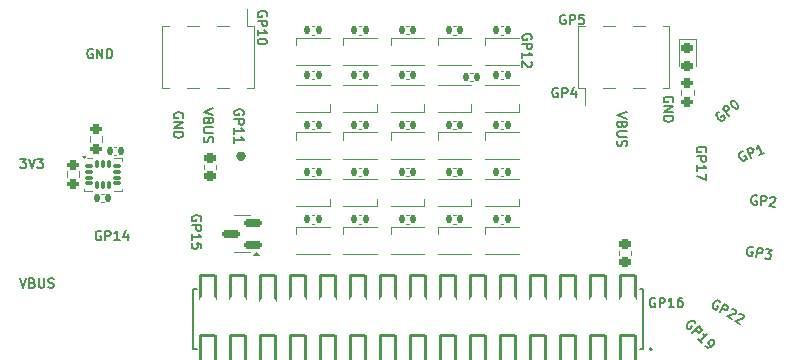
<source format=gbr>
%TF.GenerationSoftware,KiCad,Pcbnew,8.0.5-8.0.5-0~ubuntu22.04.1*%
%TF.CreationDate,2024-11-27T13:58:37+01:00*%
%TF.ProjectId,nerdYcontroller,6e657264-5963-46f6-9e74-726f6c6c6572,rev?*%
%TF.SameCoordinates,Original*%
%TF.FileFunction,Legend,Top*%
%TF.FilePolarity,Positive*%
%FSLAX46Y46*%
G04 Gerber Fmt 4.6, Leading zero omitted, Abs format (unit mm)*
G04 Created by KiCad (PCBNEW 8.0.5-8.0.5-0~ubuntu22.04.1) date 2024-11-27 13:58:37*
%MOMM*%
%LPD*%
G01*
G04 APERTURE LIST*
G04 Aperture macros list*
%AMRoundRect*
0 Rectangle with rounded corners*
0 $1 Rounding radius*
0 $2 $3 $4 $5 $6 $7 $8 $9 X,Y pos of 4 corners*
0 Add a 4 corners polygon primitive as box body*
4,1,4,$2,$3,$4,$5,$6,$7,$8,$9,$2,$3,0*
0 Add four circle primitives for the rounded corners*
1,1,$1+$1,$2,$3*
1,1,$1+$1,$4,$5*
1,1,$1+$1,$6,$7*
1,1,$1+$1,$8,$9*
0 Add four rect primitives between the rounded corners*
20,1,$1+$1,$2,$3,$4,$5,0*
20,1,$1+$1,$4,$5,$6,$7,0*
20,1,$1+$1,$6,$7,$8,$9,0*
20,1,$1+$1,$8,$9,$2,$3,0*%
%AMFreePoly0*
4,1,16,2.068441,2.822910,2.098225,2.768757,2.100000,2.750000,2.100000,-2.750000,2.080902,-2.808779,2.030902,-2.845106,1.969098,-2.845106,1.951808,-2.837622,-3.048192,-0.087622,-3.090491,-0.042561,-3.098225,0.018757,-3.068441,0.072910,-3.048192,0.087622,1.951808,2.837622,2.012515,2.849214,2.068441,2.822910,2.068441,2.822910,$1*%
%AMFreePoly1*
4,1,26,6.500000,-2.000000,0.000000,-2.000000,-0.284630,-1.979643,-0.563465,-1.918986,-0.830830,-1.819264,-1.081282,-1.682507,-1.309721,-1.511499,-1.511499,-1.309721,-1.682507,-1.081283,-1.819264,-0.830830,-1.918986,-0.563465,-1.979643,-0.284630,-2.000000,0.000000,-1.979643,0.284630,-1.918986,0.563465,-1.819264,0.830830,-1.682507,1.081282,-1.511499,1.309721,-1.309721,1.511499,-1.081283,1.682507,
-0.830830,1.819264,-0.563465,1.918986,-0.284630,1.979643,0.000000,2.000000,6.500000,2.000000,6.500000,-2.000000,6.500000,-2.000000,$1*%
%AMFreePoly2*
4,1,35,6.858779,1.980902,6.895106,1.930901,6.900000,1.900000,6.900000,-1.900000,6.880902,-1.958779,6.830902,-1.995106,6.800000,-2.000000,0.000000,-2.000000,-0.284630,-1.979643,-0.563465,-1.918986,-0.830830,-1.819264,-1.081282,-1.682507,-1.309721,-1.511499,-1.511499,-1.309721,-1.682507,-1.081283,-1.819264,-0.830830,-1.918986,-0.563465,-1.979643,-0.284630,-2.000000,0.000000,-1.979643,0.284630,
-1.918986,0.563465,-1.819264,0.830830,-1.682507,1.081282,-1.511499,1.309721,-1.309721,1.511499,-1.081283,1.682507,-0.830830,1.819264,-0.563465,1.918986,-0.284630,1.979643,-0.267027,1.980902,-0.138852,1.990069,-0.133394,1.994260,-0.100000,2.000000,6.800000,2.000000,6.858779,1.980902,6.858779,1.980902,$1*%
G04 Aperture macros list end*
%ADD10C,0.150000*%
%ADD11C,0.120000*%
%ADD12C,0.200000*%
%ADD13C,0.403553*%
%ADD14RoundRect,0.140000X0.140000X0.170000X-0.140000X0.170000X-0.140000X-0.170000X0.140000X-0.170000X0*%
%ADD15FreePoly0,270.000000*%
%ADD16R,3.000000X3.700200*%
%ADD17R,0.700000X0.700000*%
%ADD18C,1.600000*%
%ADD19RoundRect,0.102000X-0.635000X-1.145000X0.635000X-1.145000X0.635000X1.145000X-0.635000X1.145000X0*%
%ADD20R,1.000000X3.150000*%
%ADD21FreePoly1,40.000000*%
%ADD22RoundRect,0.087500X-0.225000X-0.087500X0.225000X-0.087500X0.225000X0.087500X-0.225000X0.087500X0*%
%ADD23RoundRect,0.087500X-0.087500X-0.225000X0.087500X-0.225000X0.087500X0.225000X-0.087500X0.225000X0*%
%ADD24FreePoly2,220.000000*%
%ADD25FreePoly0,0.000000*%
%ADD26R,3.700200X3.000000*%
%ADD27RoundRect,0.140000X-0.140000X-0.170000X0.140000X-0.170000X0.140000X0.170000X-0.140000X0.170000X0*%
%ADD28RoundRect,0.218750X-0.256250X0.218750X-0.256250X-0.218750X0.256250X-0.218750X0.256250X0.218750X0*%
%ADD29FreePoly1,315.000000*%
%ADD30RoundRect,0.225000X0.250000X-0.225000X0.250000X0.225000X-0.250000X0.225000X-0.250000X-0.225000X0*%
%ADD31R,0.800000X1.500000*%
%ADD32R,3.000000X1.500000*%
%ADD33R,3.000000X1.600000*%
%ADD34RoundRect,0.200000X0.275000X-0.200000X0.275000X0.200000X-0.275000X0.200000X-0.275000X-0.200000X0*%
%ADD35FreePoly2,145.000000*%
%ADD36RoundRect,0.225000X-0.250000X0.225000X-0.250000X-0.225000X0.250000X-0.225000X0.250000X0.225000X0*%
%ADD37FreePoly1,350.000000*%
%ADD38FreePoly0,90.000000*%
%ADD39FreePoly2,180.000000*%
%ADD40FreePoly1,20.000000*%
%ADD41RoundRect,0.200000X-0.275000X0.200000X-0.275000X-0.200000X0.275000X-0.200000X0.275000X0.200000X0*%
%ADD42FreePoly1,5.000000*%
%ADD43FreePoly0,180.000000*%
%ADD44RoundRect,0.150000X0.587500X0.150000X-0.587500X0.150000X-0.587500X-0.150000X0.587500X-0.150000X0*%
%ADD45FreePoly1,330.000000*%
%ADD46C,0.650000*%
G04 APERTURE END LIST*
D10*
X-18396391Y-851018D02*
X-18358296Y-774828D01*
X-18358296Y-774828D02*
X-18358296Y-660542D01*
X-18358296Y-660542D02*
X-18396391Y-546256D01*
X-18396391Y-546256D02*
X-18472581Y-470066D01*
X-18472581Y-470066D02*
X-18548772Y-431971D01*
X-18548772Y-431971D02*
X-18701153Y-393875D01*
X-18701153Y-393875D02*
X-18815439Y-393875D01*
X-18815439Y-393875D02*
X-18967820Y-431971D01*
X-18967820Y-431971D02*
X-19044010Y-470066D01*
X-19044010Y-470066D02*
X-19120200Y-546256D01*
X-19120200Y-546256D02*
X-19158296Y-660542D01*
X-19158296Y-660542D02*
X-19158296Y-736733D01*
X-19158296Y-736733D02*
X-19120200Y-851018D01*
X-19120200Y-851018D02*
X-19082105Y-889114D01*
X-19082105Y-889114D02*
X-18815439Y-889114D01*
X-18815439Y-889114D02*
X-18815439Y-736733D01*
X-19158296Y-1231971D02*
X-18358296Y-1231971D01*
X-18358296Y-1231971D02*
X-18358296Y-1536733D01*
X-18358296Y-1536733D02*
X-18396391Y-1612923D01*
X-18396391Y-1612923D02*
X-18434486Y-1651018D01*
X-18434486Y-1651018D02*
X-18510677Y-1689114D01*
X-18510677Y-1689114D02*
X-18624962Y-1689114D01*
X-18624962Y-1689114D02*
X-18701153Y-1651018D01*
X-18701153Y-1651018D02*
X-18739248Y-1612923D01*
X-18739248Y-1612923D02*
X-18777343Y-1536733D01*
X-18777343Y-1536733D02*
X-18777343Y-1231971D01*
X-19158296Y-2451018D02*
X-19158296Y-1993875D01*
X-19158296Y-2222447D02*
X-18358296Y-2222447D01*
X-18358296Y-2222447D02*
X-18472581Y-2146256D01*
X-18472581Y-2146256D02*
X-18548772Y-2070066D01*
X-18548772Y-2070066D02*
X-18586867Y-1993875D01*
X-18358296Y-3174828D02*
X-18358296Y-2793876D01*
X-18358296Y-2793876D02*
X-18739248Y-2755780D01*
X-18739248Y-2755780D02*
X-18701153Y-2793876D01*
X-18701153Y-2793876D02*
X-18663058Y-2870066D01*
X-18663058Y-2870066D02*
X-18663058Y-3060542D01*
X-18663058Y-3060542D02*
X-18701153Y-3136733D01*
X-18701153Y-3136733D02*
X-18739248Y-3174828D01*
X-18739248Y-3174828D02*
X-18815439Y-3212923D01*
X-18815439Y-3212923D02*
X-19005915Y-3212923D01*
X-19005915Y-3212923D02*
X-19082105Y-3174828D01*
X-19082105Y-3174828D02*
X-19120200Y-3136733D01*
X-19120200Y-3136733D02*
X-19158296Y-3060542D01*
X-19158296Y-3060542D02*
X-19158296Y-2870066D01*
X-19158296Y-2870066D02*
X-19120200Y-2793876D01*
X-19120200Y-2793876D02*
X-19082105Y-2755780D01*
X-17367696Y8654867D02*
X-18167696Y8388200D01*
X-18167696Y8388200D02*
X-17367696Y8121534D01*
X-17748648Y7588201D02*
X-17786743Y7473915D01*
X-17786743Y7473915D02*
X-17824839Y7435820D01*
X-17824839Y7435820D02*
X-17901029Y7397724D01*
X-17901029Y7397724D02*
X-18015315Y7397724D01*
X-18015315Y7397724D02*
X-18091505Y7435820D01*
X-18091505Y7435820D02*
X-18129600Y7473915D01*
X-18129600Y7473915D02*
X-18167696Y7550105D01*
X-18167696Y7550105D02*
X-18167696Y7854867D01*
X-18167696Y7854867D02*
X-17367696Y7854867D01*
X-17367696Y7854867D02*
X-17367696Y7588201D01*
X-17367696Y7588201D02*
X-17405791Y7512010D01*
X-17405791Y7512010D02*
X-17443886Y7473915D01*
X-17443886Y7473915D02*
X-17520077Y7435820D01*
X-17520077Y7435820D02*
X-17596267Y7435820D01*
X-17596267Y7435820D02*
X-17672458Y7473915D01*
X-17672458Y7473915D02*
X-17710553Y7512010D01*
X-17710553Y7512010D02*
X-17748648Y7588201D01*
X-17748648Y7588201D02*
X-17748648Y7854867D01*
X-17367696Y7054867D02*
X-18015315Y7054867D01*
X-18015315Y7054867D02*
X-18091505Y7016772D01*
X-18091505Y7016772D02*
X-18129600Y6978677D01*
X-18129600Y6978677D02*
X-18167696Y6902486D01*
X-18167696Y6902486D02*
X-18167696Y6750105D01*
X-18167696Y6750105D02*
X-18129600Y6673915D01*
X-18129600Y6673915D02*
X-18091505Y6635820D01*
X-18091505Y6635820D02*
X-18015315Y6597724D01*
X-18015315Y6597724D02*
X-17367696Y6597724D01*
X-18129600Y6254868D02*
X-18167696Y6140582D01*
X-18167696Y6140582D02*
X-18167696Y5950106D01*
X-18167696Y5950106D02*
X-18129600Y5873915D01*
X-18129600Y5873915D02*
X-18091505Y5835820D01*
X-18091505Y5835820D02*
X-18015315Y5797725D01*
X-18015315Y5797725D02*
X-17939124Y5797725D01*
X-17939124Y5797725D02*
X-17862934Y5835820D01*
X-17862934Y5835820D02*
X-17824839Y5873915D01*
X-17824839Y5873915D02*
X-17786743Y5950106D01*
X-17786743Y5950106D02*
X-17748648Y6102487D01*
X-17748648Y6102487D02*
X-17710553Y6178677D01*
X-17710553Y6178677D02*
X-17672458Y6216772D01*
X-17672458Y6216772D02*
X-17596267Y6254868D01*
X-17596267Y6254868D02*
X-17520077Y6254868D01*
X-17520077Y6254868D02*
X-17443886Y6216772D01*
X-17443886Y6216772D02*
X-17405791Y6178677D01*
X-17405791Y6178677D02*
X-17367696Y6102487D01*
X-17367696Y6102487D02*
X-17367696Y5912010D01*
X-17367696Y5912010D02*
X-17405791Y5797725D01*
X-27566793Y13642610D02*
X-27642983Y13680705D01*
X-27642983Y13680705D02*
X-27757269Y13680705D01*
X-27757269Y13680705D02*
X-27871555Y13642610D01*
X-27871555Y13642610D02*
X-27947745Y13566420D01*
X-27947745Y13566420D02*
X-27985840Y13490229D01*
X-27985840Y13490229D02*
X-28023936Y13337848D01*
X-28023936Y13337848D02*
X-28023936Y13223562D01*
X-28023936Y13223562D02*
X-27985840Y13071181D01*
X-27985840Y13071181D02*
X-27947745Y12994991D01*
X-27947745Y12994991D02*
X-27871555Y12918800D01*
X-27871555Y12918800D02*
X-27757269Y12880705D01*
X-27757269Y12880705D02*
X-27681078Y12880705D01*
X-27681078Y12880705D02*
X-27566793Y12918800D01*
X-27566793Y12918800D02*
X-27528697Y12956896D01*
X-27528697Y12956896D02*
X-27528697Y13223562D01*
X-27528697Y13223562D02*
X-27681078Y13223562D01*
X-27185840Y12880705D02*
X-27185840Y13680705D01*
X-27185840Y13680705D02*
X-26728697Y12880705D01*
X-26728697Y12880705D02*
X-26728697Y13680705D01*
X-26347745Y12880705D02*
X-26347745Y13680705D01*
X-26347745Y13680705D02*
X-26157269Y13680705D01*
X-26157269Y13680705D02*
X-26042983Y13642610D01*
X-26042983Y13642610D02*
X-25966793Y13566420D01*
X-25966793Y13566420D02*
X-25928698Y13490229D01*
X-25928698Y13490229D02*
X-25890602Y13337848D01*
X-25890602Y13337848D02*
X-25890602Y13223562D01*
X-25890602Y13223562D02*
X-25928698Y13071181D01*
X-25928698Y13071181D02*
X-25966793Y12994991D01*
X-25966793Y12994991D02*
X-26042983Y12918800D01*
X-26042983Y12918800D02*
X-26157269Y12880705D01*
X-26157269Y12880705D02*
X-26347745Y12880705D01*
X20053418Y-7423590D02*
X19977228Y-7385495D01*
X19977228Y-7385495D02*
X19862942Y-7385495D01*
X19862942Y-7385495D02*
X19748656Y-7423590D01*
X19748656Y-7423590D02*
X19672466Y-7499780D01*
X19672466Y-7499780D02*
X19634371Y-7575971D01*
X19634371Y-7575971D02*
X19596275Y-7728352D01*
X19596275Y-7728352D02*
X19596275Y-7842638D01*
X19596275Y-7842638D02*
X19634371Y-7995019D01*
X19634371Y-7995019D02*
X19672466Y-8071209D01*
X19672466Y-8071209D02*
X19748656Y-8147400D01*
X19748656Y-8147400D02*
X19862942Y-8185495D01*
X19862942Y-8185495D02*
X19939133Y-8185495D01*
X19939133Y-8185495D02*
X20053418Y-8147400D01*
X20053418Y-8147400D02*
X20091514Y-8109304D01*
X20091514Y-8109304D02*
X20091514Y-7842638D01*
X20091514Y-7842638D02*
X19939133Y-7842638D01*
X20434371Y-8185495D02*
X20434371Y-7385495D01*
X20434371Y-7385495D02*
X20739133Y-7385495D01*
X20739133Y-7385495D02*
X20815323Y-7423590D01*
X20815323Y-7423590D02*
X20853418Y-7461685D01*
X20853418Y-7461685D02*
X20891514Y-7537876D01*
X20891514Y-7537876D02*
X20891514Y-7652161D01*
X20891514Y-7652161D02*
X20853418Y-7728352D01*
X20853418Y-7728352D02*
X20815323Y-7766447D01*
X20815323Y-7766447D02*
X20739133Y-7804542D01*
X20739133Y-7804542D02*
X20434371Y-7804542D01*
X21653418Y-8185495D02*
X21196275Y-8185495D01*
X21424847Y-8185495D02*
X21424847Y-7385495D01*
X21424847Y-7385495D02*
X21348656Y-7499780D01*
X21348656Y-7499780D02*
X21272466Y-7575971D01*
X21272466Y-7575971D02*
X21196275Y-7614066D01*
X22339133Y-7385495D02*
X22186752Y-7385495D01*
X22186752Y-7385495D02*
X22110561Y-7423590D01*
X22110561Y-7423590D02*
X22072466Y-7461685D01*
X22072466Y-7461685D02*
X21996276Y-7575971D01*
X21996276Y-7575971D02*
X21958180Y-7728352D01*
X21958180Y-7728352D02*
X21958180Y-8033114D01*
X21958180Y-8033114D02*
X21996276Y-8109304D01*
X21996276Y-8109304D02*
X22034371Y-8147400D01*
X22034371Y-8147400D02*
X22110561Y-8185495D01*
X22110561Y-8185495D02*
X22262942Y-8185495D01*
X22262942Y-8185495D02*
X22339133Y-8147400D01*
X22339133Y-8147400D02*
X22377228Y-8109304D01*
X22377228Y-8109304D02*
X22415323Y-8033114D01*
X22415323Y-8033114D02*
X22415323Y-7842638D01*
X22415323Y-7842638D02*
X22377228Y-7766447D01*
X22377228Y-7766447D02*
X22339133Y-7728352D01*
X22339133Y-7728352D02*
X22262942Y-7690257D01*
X22262942Y-7690257D02*
X22110561Y-7690257D01*
X22110561Y-7690257D02*
X22034371Y-7728352D01*
X22034371Y-7728352D02*
X21996276Y-7766447D01*
X21996276Y-7766447D02*
X21958180Y-7842638D01*
X-14789591Y8115182D02*
X-14751496Y8191372D01*
X-14751496Y8191372D02*
X-14751496Y8305658D01*
X-14751496Y8305658D02*
X-14789591Y8419944D01*
X-14789591Y8419944D02*
X-14865781Y8496134D01*
X-14865781Y8496134D02*
X-14941972Y8534229D01*
X-14941972Y8534229D02*
X-15094353Y8572325D01*
X-15094353Y8572325D02*
X-15208639Y8572325D01*
X-15208639Y8572325D02*
X-15361020Y8534229D01*
X-15361020Y8534229D02*
X-15437210Y8496134D01*
X-15437210Y8496134D02*
X-15513400Y8419944D01*
X-15513400Y8419944D02*
X-15551496Y8305658D01*
X-15551496Y8305658D02*
X-15551496Y8229467D01*
X-15551496Y8229467D02*
X-15513400Y8115182D01*
X-15513400Y8115182D02*
X-15475305Y8077086D01*
X-15475305Y8077086D02*
X-15208639Y8077086D01*
X-15208639Y8077086D02*
X-15208639Y8229467D01*
X-15551496Y7734229D02*
X-14751496Y7734229D01*
X-14751496Y7734229D02*
X-14751496Y7429467D01*
X-14751496Y7429467D02*
X-14789591Y7353277D01*
X-14789591Y7353277D02*
X-14827686Y7315182D01*
X-14827686Y7315182D02*
X-14903877Y7277086D01*
X-14903877Y7277086D02*
X-15018162Y7277086D01*
X-15018162Y7277086D02*
X-15094353Y7315182D01*
X-15094353Y7315182D02*
X-15132448Y7353277D01*
X-15132448Y7353277D02*
X-15170543Y7429467D01*
X-15170543Y7429467D02*
X-15170543Y7734229D01*
X-15551496Y6515182D02*
X-15551496Y6972325D01*
X-15551496Y6743753D02*
X-14751496Y6743753D01*
X-14751496Y6743753D02*
X-14865781Y6819944D01*
X-14865781Y6819944D02*
X-14941972Y6896134D01*
X-14941972Y6896134D02*
X-14980067Y6972325D01*
X-15551496Y5753277D02*
X-15551496Y6210420D01*
X-15551496Y5981848D02*
X-14751496Y5981848D01*
X-14751496Y5981848D02*
X-14865781Y6058039D01*
X-14865781Y6058039D02*
X-14941972Y6134229D01*
X-14941972Y6134229D02*
X-14980067Y6210420D01*
X12458771Y16554010D02*
X12382581Y16592105D01*
X12382581Y16592105D02*
X12268295Y16592105D01*
X12268295Y16592105D02*
X12154009Y16554010D01*
X12154009Y16554010D02*
X12077819Y16477820D01*
X12077819Y16477820D02*
X12039724Y16401629D01*
X12039724Y16401629D02*
X12001628Y16249248D01*
X12001628Y16249248D02*
X12001628Y16134962D01*
X12001628Y16134962D02*
X12039724Y15982581D01*
X12039724Y15982581D02*
X12077819Y15906391D01*
X12077819Y15906391D02*
X12154009Y15830200D01*
X12154009Y15830200D02*
X12268295Y15792105D01*
X12268295Y15792105D02*
X12344486Y15792105D01*
X12344486Y15792105D02*
X12458771Y15830200D01*
X12458771Y15830200D02*
X12496867Y15868296D01*
X12496867Y15868296D02*
X12496867Y16134962D01*
X12496867Y16134962D02*
X12344486Y16134962D01*
X12839724Y15792105D02*
X12839724Y16592105D01*
X12839724Y16592105D02*
X13144486Y16592105D01*
X13144486Y16592105D02*
X13220676Y16554010D01*
X13220676Y16554010D02*
X13258771Y16515915D01*
X13258771Y16515915D02*
X13296867Y16439724D01*
X13296867Y16439724D02*
X13296867Y16325439D01*
X13296867Y16325439D02*
X13258771Y16249248D01*
X13258771Y16249248D02*
X13220676Y16211153D01*
X13220676Y16211153D02*
X13144486Y16173058D01*
X13144486Y16173058D02*
X12839724Y16173058D01*
X14020676Y16592105D02*
X13639724Y16592105D01*
X13639724Y16592105D02*
X13601628Y16211153D01*
X13601628Y16211153D02*
X13639724Y16249248D01*
X13639724Y16249248D02*
X13715914Y16287343D01*
X13715914Y16287343D02*
X13906390Y16287343D01*
X13906390Y16287343D02*
X13982581Y16249248D01*
X13982581Y16249248D02*
X14020676Y16211153D01*
X14020676Y16211153D02*
X14058771Y16134962D01*
X14058771Y16134962D02*
X14058771Y15944486D01*
X14058771Y15944486D02*
X14020676Y15868296D01*
X14020676Y15868296D02*
X13982581Y15830200D01*
X13982581Y15830200D02*
X13906390Y15792105D01*
X13906390Y15792105D02*
X13715914Y15792105D01*
X13715914Y15792105D02*
X13639724Y15830200D01*
X13639724Y15830200D02*
X13601628Y15868296D01*
X24351809Y4965582D02*
X24389904Y5041772D01*
X24389904Y5041772D02*
X24389904Y5156058D01*
X24389904Y5156058D02*
X24351809Y5270344D01*
X24351809Y5270344D02*
X24275619Y5346534D01*
X24275619Y5346534D02*
X24199428Y5384629D01*
X24199428Y5384629D02*
X24047047Y5422725D01*
X24047047Y5422725D02*
X23932761Y5422725D01*
X23932761Y5422725D02*
X23780380Y5384629D01*
X23780380Y5384629D02*
X23704190Y5346534D01*
X23704190Y5346534D02*
X23628000Y5270344D01*
X23628000Y5270344D02*
X23589904Y5156058D01*
X23589904Y5156058D02*
X23589904Y5079867D01*
X23589904Y5079867D02*
X23628000Y4965582D01*
X23628000Y4965582D02*
X23666095Y4927486D01*
X23666095Y4927486D02*
X23932761Y4927486D01*
X23932761Y4927486D02*
X23932761Y5079867D01*
X23589904Y4584629D02*
X24389904Y4584629D01*
X24389904Y4584629D02*
X24389904Y4279867D01*
X24389904Y4279867D02*
X24351809Y4203677D01*
X24351809Y4203677D02*
X24313714Y4165582D01*
X24313714Y4165582D02*
X24237523Y4127486D01*
X24237523Y4127486D02*
X24123238Y4127486D01*
X24123238Y4127486D02*
X24047047Y4165582D01*
X24047047Y4165582D02*
X24008952Y4203677D01*
X24008952Y4203677D02*
X23970857Y4279867D01*
X23970857Y4279867D02*
X23970857Y4584629D01*
X23589904Y3365582D02*
X23589904Y3822725D01*
X23589904Y3594153D02*
X24389904Y3594153D01*
X24389904Y3594153D02*
X24275619Y3670344D01*
X24275619Y3670344D02*
X24199428Y3746534D01*
X24199428Y3746534D02*
X24161333Y3822725D01*
X24389904Y3098915D02*
X24389904Y2565581D01*
X24389904Y2565581D02*
X23589904Y2908439D01*
X-33725126Y-5744295D02*
X-33458459Y-6544295D01*
X-33458459Y-6544295D02*
X-33191793Y-5744295D01*
X-32658460Y-6125247D02*
X-32544174Y-6163342D01*
X-32544174Y-6163342D02*
X-32506079Y-6201438D01*
X-32506079Y-6201438D02*
X-32467983Y-6277628D01*
X-32467983Y-6277628D02*
X-32467983Y-6391914D01*
X-32467983Y-6391914D02*
X-32506079Y-6468104D01*
X-32506079Y-6468104D02*
X-32544174Y-6506200D01*
X-32544174Y-6506200D02*
X-32620364Y-6544295D01*
X-32620364Y-6544295D02*
X-32925126Y-6544295D01*
X-32925126Y-6544295D02*
X-32925126Y-5744295D01*
X-32925126Y-5744295D02*
X-32658460Y-5744295D01*
X-32658460Y-5744295D02*
X-32582269Y-5782390D01*
X-32582269Y-5782390D02*
X-32544174Y-5820485D01*
X-32544174Y-5820485D02*
X-32506079Y-5896676D01*
X-32506079Y-5896676D02*
X-32506079Y-5972866D01*
X-32506079Y-5972866D02*
X-32544174Y-6049057D01*
X-32544174Y-6049057D02*
X-32582269Y-6087152D01*
X-32582269Y-6087152D02*
X-32658460Y-6125247D01*
X-32658460Y-6125247D02*
X-32925126Y-6125247D01*
X-32125126Y-5744295D02*
X-32125126Y-6391914D01*
X-32125126Y-6391914D02*
X-32087031Y-6468104D01*
X-32087031Y-6468104D02*
X-32048936Y-6506200D01*
X-32048936Y-6506200D02*
X-31972745Y-6544295D01*
X-31972745Y-6544295D02*
X-31820364Y-6544295D01*
X-31820364Y-6544295D02*
X-31744174Y-6506200D01*
X-31744174Y-6506200D02*
X-31706079Y-6468104D01*
X-31706079Y-6468104D02*
X-31667983Y-6391914D01*
X-31667983Y-6391914D02*
X-31667983Y-5744295D01*
X-31325127Y-6506200D02*
X-31210841Y-6544295D01*
X-31210841Y-6544295D02*
X-31020365Y-6544295D01*
X-31020365Y-6544295D02*
X-30944174Y-6506200D01*
X-30944174Y-6506200D02*
X-30906079Y-6468104D01*
X-30906079Y-6468104D02*
X-30867984Y-6391914D01*
X-30867984Y-6391914D02*
X-30867984Y-6315723D01*
X-30867984Y-6315723D02*
X-30906079Y-6239533D01*
X-30906079Y-6239533D02*
X-30944174Y-6201438D01*
X-30944174Y-6201438D02*
X-31020365Y-6163342D01*
X-31020365Y-6163342D02*
X-31172746Y-6125247D01*
X-31172746Y-6125247D02*
X-31248936Y-6087152D01*
X-31248936Y-6087152D02*
X-31287031Y-6049057D01*
X-31287031Y-6049057D02*
X-31325127Y-5972866D01*
X-31325127Y-5972866D02*
X-31325127Y-5896676D01*
X-31325127Y-5896676D02*
X-31287031Y-5820485D01*
X-31287031Y-5820485D02*
X-31248936Y-5782390D01*
X-31248936Y-5782390D02*
X-31172746Y-5744295D01*
X-31172746Y-5744295D02*
X-30982269Y-5744295D01*
X-30982269Y-5744295D02*
X-30867984Y-5782390D01*
X9594409Y14515982D02*
X9632504Y14592172D01*
X9632504Y14592172D02*
X9632504Y14706458D01*
X9632504Y14706458D02*
X9594409Y14820744D01*
X9594409Y14820744D02*
X9518219Y14896934D01*
X9518219Y14896934D02*
X9442028Y14935029D01*
X9442028Y14935029D02*
X9289647Y14973125D01*
X9289647Y14973125D02*
X9175361Y14973125D01*
X9175361Y14973125D02*
X9022980Y14935029D01*
X9022980Y14935029D02*
X8946790Y14896934D01*
X8946790Y14896934D02*
X8870600Y14820744D01*
X8870600Y14820744D02*
X8832504Y14706458D01*
X8832504Y14706458D02*
X8832504Y14630267D01*
X8832504Y14630267D02*
X8870600Y14515982D01*
X8870600Y14515982D02*
X8908695Y14477886D01*
X8908695Y14477886D02*
X9175361Y14477886D01*
X9175361Y14477886D02*
X9175361Y14630267D01*
X8832504Y14135029D02*
X9632504Y14135029D01*
X9632504Y14135029D02*
X9632504Y13830267D01*
X9632504Y13830267D02*
X9594409Y13754077D01*
X9594409Y13754077D02*
X9556314Y13715982D01*
X9556314Y13715982D02*
X9480123Y13677886D01*
X9480123Y13677886D02*
X9365838Y13677886D01*
X9365838Y13677886D02*
X9289647Y13715982D01*
X9289647Y13715982D02*
X9251552Y13754077D01*
X9251552Y13754077D02*
X9213457Y13830267D01*
X9213457Y13830267D02*
X9213457Y14135029D01*
X8832504Y12915982D02*
X8832504Y13373125D01*
X8832504Y13144553D02*
X9632504Y13144553D01*
X9632504Y13144553D02*
X9518219Y13220744D01*
X9518219Y13220744D02*
X9442028Y13296934D01*
X9442028Y13296934D02*
X9403933Y13373125D01*
X9556314Y12611220D02*
X9594409Y12573124D01*
X9594409Y12573124D02*
X9632504Y12496934D01*
X9632504Y12496934D02*
X9632504Y12306458D01*
X9632504Y12306458D02*
X9594409Y12230267D01*
X9594409Y12230267D02*
X9556314Y12192172D01*
X9556314Y12192172D02*
X9480123Y12154077D01*
X9480123Y12154077D02*
X9403933Y12154077D01*
X9403933Y12154077D02*
X9289647Y12192172D01*
X9289647Y12192172D02*
X8832504Y12649315D01*
X8832504Y12649315D02*
X8832504Y12154077D01*
X11823771Y10356410D02*
X11747581Y10394505D01*
X11747581Y10394505D02*
X11633295Y10394505D01*
X11633295Y10394505D02*
X11519009Y10356410D01*
X11519009Y10356410D02*
X11442819Y10280220D01*
X11442819Y10280220D02*
X11404724Y10204029D01*
X11404724Y10204029D02*
X11366628Y10051648D01*
X11366628Y10051648D02*
X11366628Y9937362D01*
X11366628Y9937362D02*
X11404724Y9784981D01*
X11404724Y9784981D02*
X11442819Y9708791D01*
X11442819Y9708791D02*
X11519009Y9632600D01*
X11519009Y9632600D02*
X11633295Y9594505D01*
X11633295Y9594505D02*
X11709486Y9594505D01*
X11709486Y9594505D02*
X11823771Y9632600D01*
X11823771Y9632600D02*
X11861867Y9670696D01*
X11861867Y9670696D02*
X11861867Y9937362D01*
X11861867Y9937362D02*
X11709486Y9937362D01*
X12204724Y9594505D02*
X12204724Y10394505D01*
X12204724Y10394505D02*
X12509486Y10394505D01*
X12509486Y10394505D02*
X12585676Y10356410D01*
X12585676Y10356410D02*
X12623771Y10318315D01*
X12623771Y10318315D02*
X12661867Y10242124D01*
X12661867Y10242124D02*
X12661867Y10127839D01*
X12661867Y10127839D02*
X12623771Y10051648D01*
X12623771Y10051648D02*
X12585676Y10013553D01*
X12585676Y10013553D02*
X12509486Y9975458D01*
X12509486Y9975458D02*
X12204724Y9975458D01*
X13347581Y10127839D02*
X13347581Y9594505D01*
X13157105Y10432600D02*
X12966628Y9861172D01*
X12966628Y9861172D02*
X13461867Y9861172D01*
X-19945791Y7848524D02*
X-19907696Y7924714D01*
X-19907696Y7924714D02*
X-19907696Y8039000D01*
X-19907696Y8039000D02*
X-19945791Y8153286D01*
X-19945791Y8153286D02*
X-20021981Y8229476D01*
X-20021981Y8229476D02*
X-20098172Y8267571D01*
X-20098172Y8267571D02*
X-20250553Y8305667D01*
X-20250553Y8305667D02*
X-20364839Y8305667D01*
X-20364839Y8305667D02*
X-20517220Y8267571D01*
X-20517220Y8267571D02*
X-20593410Y8229476D01*
X-20593410Y8229476D02*
X-20669600Y8153286D01*
X-20669600Y8153286D02*
X-20707696Y8039000D01*
X-20707696Y8039000D02*
X-20707696Y7962809D01*
X-20707696Y7962809D02*
X-20669600Y7848524D01*
X-20669600Y7848524D02*
X-20631505Y7810428D01*
X-20631505Y7810428D02*
X-20364839Y7810428D01*
X-20364839Y7810428D02*
X-20364839Y7962809D01*
X-20707696Y7467571D02*
X-19907696Y7467571D01*
X-19907696Y7467571D02*
X-20707696Y7010428D01*
X-20707696Y7010428D02*
X-19907696Y7010428D01*
X-20707696Y6629476D02*
X-19907696Y6629476D01*
X-19907696Y6629476D02*
X-19907696Y6439000D01*
X-19907696Y6439000D02*
X-19945791Y6324714D01*
X-19945791Y6324714D02*
X-20021981Y6248524D01*
X-20021981Y6248524D02*
X-20098172Y6210429D01*
X-20098172Y6210429D02*
X-20250553Y6172333D01*
X-20250553Y6172333D02*
X-20364839Y6172333D01*
X-20364839Y6172333D02*
X-20517220Y6210429D01*
X-20517220Y6210429D02*
X-20593410Y6248524D01*
X-20593410Y6248524D02*
X-20669600Y6324714D01*
X-20669600Y6324714D02*
X-20707696Y6439000D01*
X-20707696Y6439000D02*
X-20707696Y6629476D01*
X17658904Y8324667D02*
X16858904Y8058000D01*
X16858904Y8058000D02*
X17658904Y7791334D01*
X17277952Y7258001D02*
X17239857Y7143715D01*
X17239857Y7143715D02*
X17201761Y7105620D01*
X17201761Y7105620D02*
X17125571Y7067524D01*
X17125571Y7067524D02*
X17011285Y7067524D01*
X17011285Y7067524D02*
X16935095Y7105620D01*
X16935095Y7105620D02*
X16897000Y7143715D01*
X16897000Y7143715D02*
X16858904Y7219905D01*
X16858904Y7219905D02*
X16858904Y7524667D01*
X16858904Y7524667D02*
X17658904Y7524667D01*
X17658904Y7524667D02*
X17658904Y7258001D01*
X17658904Y7258001D02*
X17620809Y7181810D01*
X17620809Y7181810D02*
X17582714Y7143715D01*
X17582714Y7143715D02*
X17506523Y7105620D01*
X17506523Y7105620D02*
X17430333Y7105620D01*
X17430333Y7105620D02*
X17354142Y7143715D01*
X17354142Y7143715D02*
X17316047Y7181810D01*
X17316047Y7181810D02*
X17277952Y7258001D01*
X17277952Y7258001D02*
X17277952Y7524667D01*
X17658904Y6724667D02*
X17011285Y6724667D01*
X17011285Y6724667D02*
X16935095Y6686572D01*
X16935095Y6686572D02*
X16897000Y6648477D01*
X16897000Y6648477D02*
X16858904Y6572286D01*
X16858904Y6572286D02*
X16858904Y6419905D01*
X16858904Y6419905D02*
X16897000Y6343715D01*
X16897000Y6343715D02*
X16935095Y6305620D01*
X16935095Y6305620D02*
X17011285Y6267524D01*
X17011285Y6267524D02*
X17658904Y6267524D01*
X16897000Y5924668D02*
X16858904Y5810382D01*
X16858904Y5810382D02*
X16858904Y5619906D01*
X16858904Y5619906D02*
X16897000Y5543715D01*
X16897000Y5543715D02*
X16935095Y5505620D01*
X16935095Y5505620D02*
X17011285Y5467525D01*
X17011285Y5467525D02*
X17087476Y5467525D01*
X17087476Y5467525D02*
X17163666Y5505620D01*
X17163666Y5505620D02*
X17201761Y5543715D01*
X17201761Y5543715D02*
X17239857Y5619906D01*
X17239857Y5619906D02*
X17277952Y5772287D01*
X17277952Y5772287D02*
X17316047Y5848477D01*
X17316047Y5848477D02*
X17354142Y5886572D01*
X17354142Y5886572D02*
X17430333Y5924668D01*
X17430333Y5924668D02*
X17506523Y5924668D01*
X17506523Y5924668D02*
X17582714Y5886572D01*
X17582714Y5886572D02*
X17620809Y5848477D01*
X17620809Y5848477D02*
X17658904Y5772287D01*
X17658904Y5772287D02*
X17658904Y5581810D01*
X17658904Y5581810D02*
X17620809Y5467525D01*
X-12833791Y16446382D02*
X-12795696Y16522572D01*
X-12795696Y16522572D02*
X-12795696Y16636858D01*
X-12795696Y16636858D02*
X-12833791Y16751144D01*
X-12833791Y16751144D02*
X-12909981Y16827334D01*
X-12909981Y16827334D02*
X-12986172Y16865429D01*
X-12986172Y16865429D02*
X-13138553Y16903525D01*
X-13138553Y16903525D02*
X-13252839Y16903525D01*
X-13252839Y16903525D02*
X-13405220Y16865429D01*
X-13405220Y16865429D02*
X-13481410Y16827334D01*
X-13481410Y16827334D02*
X-13557600Y16751144D01*
X-13557600Y16751144D02*
X-13595696Y16636858D01*
X-13595696Y16636858D02*
X-13595696Y16560667D01*
X-13595696Y16560667D02*
X-13557600Y16446382D01*
X-13557600Y16446382D02*
X-13519505Y16408286D01*
X-13519505Y16408286D02*
X-13252839Y16408286D01*
X-13252839Y16408286D02*
X-13252839Y16560667D01*
X-13595696Y16065429D02*
X-12795696Y16065429D01*
X-12795696Y16065429D02*
X-12795696Y15760667D01*
X-12795696Y15760667D02*
X-12833791Y15684477D01*
X-12833791Y15684477D02*
X-12871886Y15646382D01*
X-12871886Y15646382D02*
X-12948077Y15608286D01*
X-12948077Y15608286D02*
X-13062362Y15608286D01*
X-13062362Y15608286D02*
X-13138553Y15646382D01*
X-13138553Y15646382D02*
X-13176648Y15684477D01*
X-13176648Y15684477D02*
X-13214743Y15760667D01*
X-13214743Y15760667D02*
X-13214743Y16065429D01*
X-13595696Y14846382D02*
X-13595696Y15303525D01*
X-13595696Y15074953D02*
X-12795696Y15074953D01*
X-12795696Y15074953D02*
X-12909981Y15151144D01*
X-12909981Y15151144D02*
X-12986172Y15227334D01*
X-12986172Y15227334D02*
X-13024267Y15303525D01*
X-12795696Y14351143D02*
X-12795696Y14274953D01*
X-12795696Y14274953D02*
X-12833791Y14198762D01*
X-12833791Y14198762D02*
X-12871886Y14160667D01*
X-12871886Y14160667D02*
X-12948077Y14122572D01*
X-12948077Y14122572D02*
X-13100458Y14084477D01*
X-13100458Y14084477D02*
X-13290934Y14084477D01*
X-13290934Y14084477D02*
X-13443315Y14122572D01*
X-13443315Y14122572D02*
X-13519505Y14160667D01*
X-13519505Y14160667D02*
X-13557600Y14198762D01*
X-13557600Y14198762D02*
X-13595696Y14274953D01*
X-13595696Y14274953D02*
X-13595696Y14351143D01*
X-13595696Y14351143D02*
X-13557600Y14427334D01*
X-13557600Y14427334D02*
X-13519505Y14465429D01*
X-13519505Y14465429D02*
X-13443315Y14503524D01*
X-13443315Y14503524D02*
X-13290934Y14541620D01*
X-13290934Y14541620D02*
X-13100458Y14541620D01*
X-13100458Y14541620D02*
X-12948077Y14503524D01*
X-12948077Y14503524D02*
X-12871886Y14465429D01*
X-12871886Y14465429D02*
X-12833791Y14427334D01*
X-12833791Y14427334D02*
X-12795696Y14351143D01*
X-33687031Y4380705D02*
X-33191793Y4380705D01*
X-33191793Y4380705D02*
X-33458459Y4075943D01*
X-33458459Y4075943D02*
X-33344174Y4075943D01*
X-33344174Y4075943D02*
X-33267983Y4037848D01*
X-33267983Y4037848D02*
X-33229888Y3999753D01*
X-33229888Y3999753D02*
X-33191793Y3923562D01*
X-33191793Y3923562D02*
X-33191793Y3733086D01*
X-33191793Y3733086D02*
X-33229888Y3656896D01*
X-33229888Y3656896D02*
X-33267983Y3618800D01*
X-33267983Y3618800D02*
X-33344174Y3580705D01*
X-33344174Y3580705D02*
X-33572745Y3580705D01*
X-33572745Y3580705D02*
X-33648936Y3618800D01*
X-33648936Y3618800D02*
X-33687031Y3656896D01*
X-32963221Y4380705D02*
X-32696554Y3580705D01*
X-32696554Y3580705D02*
X-32429888Y4380705D01*
X-32239412Y4380705D02*
X-31744174Y4380705D01*
X-31744174Y4380705D02*
X-32010840Y4075943D01*
X-32010840Y4075943D02*
X-31896555Y4075943D01*
X-31896555Y4075943D02*
X-31820364Y4037848D01*
X-31820364Y4037848D02*
X-31782269Y3999753D01*
X-31782269Y3999753D02*
X-31744174Y3923562D01*
X-31744174Y3923562D02*
X-31744174Y3733086D01*
X-31744174Y3733086D02*
X-31782269Y3656896D01*
X-31782269Y3656896D02*
X-31820364Y3618800D01*
X-31820364Y3618800D02*
X-31896555Y3580705D01*
X-31896555Y3580705D02*
X-32125126Y3580705D01*
X-32125126Y3580705D02*
X-32201317Y3618800D01*
X-32201317Y3618800D02*
X-32239412Y3656896D01*
X-26860382Y-1733990D02*
X-26936572Y-1695895D01*
X-26936572Y-1695895D02*
X-27050858Y-1695895D01*
X-27050858Y-1695895D02*
X-27165144Y-1733990D01*
X-27165144Y-1733990D02*
X-27241334Y-1810180D01*
X-27241334Y-1810180D02*
X-27279429Y-1886371D01*
X-27279429Y-1886371D02*
X-27317525Y-2038752D01*
X-27317525Y-2038752D02*
X-27317525Y-2153038D01*
X-27317525Y-2153038D02*
X-27279429Y-2305419D01*
X-27279429Y-2305419D02*
X-27241334Y-2381609D01*
X-27241334Y-2381609D02*
X-27165144Y-2457800D01*
X-27165144Y-2457800D02*
X-27050858Y-2495895D01*
X-27050858Y-2495895D02*
X-26974667Y-2495895D01*
X-26974667Y-2495895D02*
X-26860382Y-2457800D01*
X-26860382Y-2457800D02*
X-26822286Y-2419704D01*
X-26822286Y-2419704D02*
X-26822286Y-2153038D01*
X-26822286Y-2153038D02*
X-26974667Y-2153038D01*
X-26479429Y-2495895D02*
X-26479429Y-1695895D01*
X-26479429Y-1695895D02*
X-26174667Y-1695895D01*
X-26174667Y-1695895D02*
X-26098477Y-1733990D01*
X-26098477Y-1733990D02*
X-26060382Y-1772085D01*
X-26060382Y-1772085D02*
X-26022286Y-1848276D01*
X-26022286Y-1848276D02*
X-26022286Y-1962561D01*
X-26022286Y-1962561D02*
X-26060382Y-2038752D01*
X-26060382Y-2038752D02*
X-26098477Y-2076847D01*
X-26098477Y-2076847D02*
X-26174667Y-2114942D01*
X-26174667Y-2114942D02*
X-26479429Y-2114942D01*
X-25260382Y-2495895D02*
X-25717525Y-2495895D01*
X-25488953Y-2495895D02*
X-25488953Y-1695895D01*
X-25488953Y-1695895D02*
X-25565144Y-1810180D01*
X-25565144Y-1810180D02*
X-25641334Y-1886371D01*
X-25641334Y-1886371D02*
X-25717525Y-1924466D01*
X-24574667Y-1962561D02*
X-24574667Y-2495895D01*
X-24765143Y-1657800D02*
X-24955620Y-2229228D01*
X-24955620Y-2229228D02*
X-24460381Y-2229228D01*
X21557809Y9194724D02*
X21595904Y9270914D01*
X21595904Y9270914D02*
X21595904Y9385200D01*
X21595904Y9385200D02*
X21557809Y9499486D01*
X21557809Y9499486D02*
X21481619Y9575676D01*
X21481619Y9575676D02*
X21405428Y9613771D01*
X21405428Y9613771D02*
X21253047Y9651867D01*
X21253047Y9651867D02*
X21138761Y9651867D01*
X21138761Y9651867D02*
X20986380Y9613771D01*
X20986380Y9613771D02*
X20910190Y9575676D01*
X20910190Y9575676D02*
X20834000Y9499486D01*
X20834000Y9499486D02*
X20795904Y9385200D01*
X20795904Y9385200D02*
X20795904Y9309009D01*
X20795904Y9309009D02*
X20834000Y9194724D01*
X20834000Y9194724D02*
X20872095Y9156628D01*
X20872095Y9156628D02*
X21138761Y9156628D01*
X21138761Y9156628D02*
X21138761Y9309009D01*
X20795904Y8813771D02*
X21595904Y8813771D01*
X21595904Y8813771D02*
X20795904Y8356628D01*
X20795904Y8356628D02*
X21595904Y8356628D01*
X20795904Y7975676D02*
X21595904Y7975676D01*
X21595904Y7975676D02*
X21595904Y7785200D01*
X21595904Y7785200D02*
X21557809Y7670914D01*
X21557809Y7670914D02*
X21481619Y7594724D01*
X21481619Y7594724D02*
X21405428Y7556629D01*
X21405428Y7556629D02*
X21253047Y7518533D01*
X21253047Y7518533D02*
X21138761Y7518533D01*
X21138761Y7518533D02*
X20986380Y7556629D01*
X20986380Y7556629D02*
X20910190Y7594724D01*
X20910190Y7594724D02*
X20834000Y7670914D01*
X20834000Y7670914D02*
X20795904Y7785200D01*
X20795904Y7785200D02*
X20795904Y7975676D01*
X25500845Y8353334D02*
X25417993Y8333543D01*
X25417993Y8333543D02*
X25330445Y8260081D01*
X25330445Y8260081D02*
X25267384Y8157437D01*
X25267384Y8157437D02*
X25257993Y8050097D01*
X25257993Y8050097D02*
X25277785Y7967245D01*
X25277785Y7967245D02*
X25346550Y7826027D01*
X25346550Y7826027D02*
X25420012Y7738479D01*
X25420012Y7738479D02*
X25547143Y7646236D01*
X25547143Y7646236D02*
X25625300Y7612358D01*
X25625300Y7612358D02*
X25732640Y7602967D01*
X25732640Y7602967D02*
X25844675Y7647246D01*
X25844675Y7647246D02*
X25903040Y7696220D01*
X25903040Y7696220D02*
X25966101Y7798864D01*
X25966101Y7798864D02*
X25970796Y7852534D01*
X25970796Y7852534D02*
X25799386Y8056812D01*
X25799386Y8056812D02*
X25682656Y7958864D01*
X26282414Y8014553D02*
X25768184Y8627388D01*
X25768184Y8627388D02*
X26001646Y8823285D01*
X26001646Y8823285D02*
X26084498Y8843077D01*
X26084498Y8843077D02*
X26138168Y8838382D01*
X26138168Y8838382D02*
X26216325Y8804503D01*
X26216325Y8804503D02*
X26289786Y8716956D01*
X26289786Y8716956D02*
X26309578Y8634103D01*
X26309578Y8634103D02*
X26304882Y8580433D01*
X26304882Y8580433D02*
X26271004Y8502276D01*
X26271004Y8502276D02*
X26037543Y8306379D01*
X26497751Y9239567D02*
X26556116Y9288541D01*
X26556116Y9288541D02*
X26638968Y9308333D01*
X26638968Y9308333D02*
X26692638Y9303637D01*
X26692638Y9303637D02*
X26770795Y9269759D01*
X26770795Y9269759D02*
X26897926Y9177516D01*
X26897926Y9177516D02*
X27020362Y9031603D01*
X27020362Y9031603D02*
X27089128Y8890385D01*
X27089128Y8890385D02*
X27108920Y8807532D01*
X27108920Y8807532D02*
X27104224Y8753863D01*
X27104224Y8753863D02*
X27070346Y8675706D01*
X27070346Y8675706D02*
X27011981Y8626731D01*
X27011981Y8626731D02*
X26929128Y8606940D01*
X26929128Y8606940D02*
X26875458Y8611635D01*
X26875458Y8611635D02*
X26797301Y8645513D01*
X26797301Y8645513D02*
X26670170Y8737757D01*
X26670170Y8737757D02*
X26547734Y8883670D01*
X26547734Y8883670D02*
X26478969Y9024888D01*
X26478969Y9024888D02*
X26459177Y9107740D01*
X26459177Y9107740D02*
X26463872Y9161410D01*
X26463872Y9161410D02*
X26497751Y9239567D01*
X23459131Y-9543998D02*
X23432194Y-9463185D01*
X23432194Y-9463185D02*
X23351381Y-9382373D01*
X23351381Y-9382373D02*
X23243632Y-9328498D01*
X23243632Y-9328498D02*
X23135882Y-9328498D01*
X23135882Y-9328498D02*
X23055070Y-9355436D01*
X23055070Y-9355436D02*
X22920383Y-9436248D01*
X22920383Y-9436248D02*
X22839571Y-9517060D01*
X22839571Y-9517060D02*
X22758758Y-9651747D01*
X22758758Y-9651747D02*
X22731821Y-9732560D01*
X22731821Y-9732560D02*
X22731821Y-9840309D01*
X22731821Y-9840309D02*
X22785696Y-9948059D01*
X22785696Y-9948059D02*
X22839571Y-10001934D01*
X22839571Y-10001934D02*
X22947320Y-10055808D01*
X22947320Y-10055808D02*
X23001195Y-10055808D01*
X23001195Y-10055808D02*
X23189757Y-9867247D01*
X23189757Y-9867247D02*
X23082007Y-9759497D01*
X23189757Y-10352120D02*
X23755442Y-9786434D01*
X23755442Y-9786434D02*
X23970942Y-10001934D01*
X23970942Y-10001934D02*
X23997879Y-10082746D01*
X23997879Y-10082746D02*
X23997879Y-10136621D01*
X23997879Y-10136621D02*
X23970942Y-10217433D01*
X23970942Y-10217433D02*
X23890129Y-10298245D01*
X23890129Y-10298245D02*
X23809317Y-10325182D01*
X23809317Y-10325182D02*
X23755442Y-10325182D01*
X23755442Y-10325182D02*
X23674630Y-10298245D01*
X23674630Y-10298245D02*
X23459131Y-10082746D01*
X24051754Y-11214117D02*
X23728505Y-10890868D01*
X23890129Y-11052492D02*
X24455815Y-10486807D01*
X24455815Y-10486807D02*
X24321128Y-10513744D01*
X24321128Y-10513744D02*
X24213378Y-10513744D01*
X24213378Y-10513744D02*
X24132566Y-10486807D01*
X24321128Y-11483491D02*
X24428878Y-11591240D01*
X24428878Y-11591240D02*
X24509690Y-11618178D01*
X24509690Y-11618178D02*
X24563565Y-11618178D01*
X24563565Y-11618178D02*
X24698252Y-11591240D01*
X24698252Y-11591240D02*
X24832939Y-11510428D01*
X24832939Y-11510428D02*
X25048438Y-11294929D01*
X25048438Y-11294929D02*
X25075375Y-11214117D01*
X25075375Y-11214117D02*
X25075375Y-11160242D01*
X25075375Y-11160242D02*
X25048438Y-11079430D01*
X25048438Y-11079430D02*
X24940688Y-10971680D01*
X24940688Y-10971680D02*
X24859876Y-10944743D01*
X24859876Y-10944743D02*
X24806001Y-10944743D01*
X24806001Y-10944743D02*
X24725189Y-10971680D01*
X24725189Y-10971680D02*
X24590502Y-11106367D01*
X24590502Y-11106367D02*
X24563565Y-11187179D01*
X24563565Y-11187179D02*
X24563565Y-11241054D01*
X24563565Y-11241054D02*
X24590502Y-11321866D01*
X24590502Y-11321866D02*
X24698252Y-11429616D01*
X24698252Y-11429616D02*
X24779064Y-11456553D01*
X24779064Y-11456553D02*
X24832939Y-11456553D01*
X24832939Y-11456553D02*
X24913751Y-11429616D01*
X28358298Y-3116829D02*
X28289880Y-3066083D01*
X28289880Y-3066083D02*
X28177331Y-3046237D01*
X28177331Y-3046237D02*
X28058166Y-3063908D01*
X28058166Y-3063908D02*
X27969903Y-3125711D01*
X27969903Y-3125711D02*
X27919156Y-3194129D01*
X27919156Y-3194129D02*
X27855179Y-3337579D01*
X27855179Y-3337579D02*
X27835333Y-3450129D01*
X27835333Y-3450129D02*
X27846389Y-3606810D01*
X27846389Y-3606810D02*
X27870675Y-3688458D01*
X27870675Y-3688458D02*
X27932478Y-3776721D01*
X27932478Y-3776721D02*
X28038412Y-3834083D01*
X28038412Y-3834083D02*
X28113445Y-3847314D01*
X28113445Y-3847314D02*
X28232610Y-3829643D01*
X28232610Y-3829643D02*
X28276742Y-3798741D01*
X28276742Y-3798741D02*
X28323048Y-3536126D01*
X28323048Y-3536126D02*
X28172982Y-3509665D01*
X28601160Y-3933311D02*
X28740078Y-3145465D01*
X28740078Y-3145465D02*
X29040210Y-3198386D01*
X29040210Y-3198386D02*
X29108628Y-3249133D01*
X29108628Y-3249133D02*
X29139529Y-3293265D01*
X29139529Y-3293265D02*
X29163815Y-3374913D01*
X29163815Y-3374913D02*
X29143970Y-3487462D01*
X29143970Y-3487462D02*
X29093223Y-3555880D01*
X29093223Y-3555880D02*
X29049091Y-3586781D01*
X29049091Y-3586781D02*
X28967443Y-3611067D01*
X28967443Y-3611067D02*
X28667311Y-3558146D01*
X29452891Y-3271153D02*
X29940606Y-3357150D01*
X29940606Y-3357150D02*
X29625069Y-3610976D01*
X29625069Y-3610976D02*
X29737618Y-3630821D01*
X29737618Y-3630821D02*
X29806036Y-3681568D01*
X29806036Y-3681568D02*
X29836937Y-3725700D01*
X29836937Y-3725700D02*
X29861224Y-3807348D01*
X29861224Y-3807348D02*
X29828148Y-3994930D01*
X29828148Y-3994930D02*
X29777401Y-4063348D01*
X29777401Y-4063348D02*
X29733269Y-4094249D01*
X29733269Y-4094249D02*
X29651621Y-4118536D01*
X29651621Y-4118536D02*
X29426522Y-4078845D01*
X29426522Y-4078845D02*
X29358104Y-4028098D01*
X29358104Y-4028098D02*
X29327203Y-3983966D01*
X27531403Y5017203D02*
X27446778Y5026942D01*
X27446778Y5026942D02*
X27339385Y4987854D01*
X27339385Y4987854D02*
X27245021Y4912968D01*
X27245021Y4912968D02*
X27199484Y4815314D01*
X27199484Y4815314D02*
X27189745Y4730689D01*
X27189745Y4730689D02*
X27206064Y4574468D01*
X27206064Y4574468D02*
X27245152Y4467075D01*
X27245152Y4467075D02*
X27333067Y4336913D01*
X27333067Y4336913D02*
X27394924Y4278346D01*
X27394924Y4278346D02*
X27492578Y4232809D01*
X27492578Y4232809D02*
X27613001Y4236100D01*
X27613001Y4236100D02*
X27684596Y4262158D01*
X27684596Y4262158D02*
X27778961Y4337044D01*
X27778961Y4337044D02*
X27801729Y4385871D01*
X27801729Y4385871D02*
X27710524Y4636456D01*
X27710524Y4636456D02*
X27567332Y4584339D01*
X28149968Y4431540D02*
X27876352Y5183294D01*
X27876352Y5183294D02*
X28162734Y5287529D01*
X28162734Y5287529D02*
X28247359Y5277789D01*
X28247359Y5277789D02*
X28296187Y5255021D01*
X28296187Y5255021D02*
X28358043Y5196455D01*
X28358043Y5196455D02*
X28397131Y5089061D01*
X28397131Y5089061D02*
X28387392Y5004436D01*
X28387392Y5004436D02*
X28364623Y4955609D01*
X28364623Y4955609D02*
X28306057Y4893753D01*
X28306057Y4893753D02*
X28019675Y4789518D01*
X29295498Y4848479D02*
X28865924Y4692127D01*
X29080711Y4770303D02*
X28807095Y5522057D01*
X28807095Y5522057D02*
X28774587Y5388605D01*
X28774587Y5388605D02*
X28729051Y5290950D01*
X28729051Y5290950D02*
X28670484Y5229094D01*
X28675574Y1235293D02*
X28602994Y1279883D01*
X28602994Y1279883D02*
X28489143Y1289844D01*
X28489143Y1289844D02*
X28371972Y1261854D01*
X28371972Y1261854D02*
X28289431Y1192594D01*
X28289431Y1192594D02*
X28244840Y1120014D01*
X28244840Y1120014D02*
X28193609Y971533D01*
X28193609Y971533D02*
X28183648Y857682D01*
X28183648Y857682D02*
X28208318Y702561D01*
X28208318Y702561D02*
X28239628Y623340D01*
X28239628Y623340D02*
X28308888Y540799D01*
X28308888Y540799D02*
X28419418Y492888D01*
X28419418Y492888D02*
X28495319Y486248D01*
X28495319Y486248D02*
X28612490Y514237D01*
X28612490Y514237D02*
X28653760Y548867D01*
X28653760Y548867D02*
X28677002Y814519D01*
X28677002Y814519D02*
X28525201Y827800D01*
X28988672Y443085D02*
X29058397Y1240041D01*
X29058397Y1240041D02*
X29361999Y1213479D01*
X29361999Y1213479D02*
X29434580Y1168888D01*
X29434580Y1168888D02*
X29469210Y1127618D01*
X29469210Y1127618D02*
X29500519Y1048397D01*
X29500519Y1048397D02*
X29490559Y934546D01*
X29490559Y934546D02*
X29445968Y861966D01*
X29445968Y861966D02*
X29404698Y827336D01*
X29404698Y827336D02*
X29325477Y796026D01*
X29325477Y796026D02*
X29021875Y822588D01*
X29810762Y1097736D02*
X29852033Y1132366D01*
X29852033Y1132366D02*
X29931253Y1163676D01*
X29931253Y1163676D02*
X30121005Y1147075D01*
X30121005Y1147075D02*
X30193585Y1102484D01*
X30193585Y1102484D02*
X30228215Y1061213D01*
X30228215Y1061213D02*
X30259525Y981993D01*
X30259525Y981993D02*
X30252884Y906092D01*
X30252884Y906092D02*
X30204974Y795561D01*
X30204974Y795561D02*
X29709728Y380001D01*
X29709728Y380001D02*
X30203081Y336838D01*
X25575018Y-7752737D02*
X25528083Y-7681650D01*
X25528083Y-7681650D02*
X25429108Y-7624507D01*
X25429108Y-7624507D02*
X25311086Y-7600356D01*
X25311086Y-7600356D02*
X25207008Y-7628244D01*
X25207008Y-7628244D02*
X25135922Y-7675179D01*
X25135922Y-7675179D02*
X25026740Y-7788097D01*
X25026740Y-7788097D02*
X24969597Y-7887071D01*
X24969597Y-7887071D02*
X24926398Y-8038085D01*
X24926398Y-8038085D02*
X24921294Y-8123115D01*
X24921294Y-8123115D02*
X24949182Y-8227193D01*
X24949182Y-8227193D02*
X25029108Y-8317328D01*
X25029108Y-8317328D02*
X25095091Y-8355423D01*
X25095091Y-8355423D02*
X25213113Y-8379574D01*
X25213113Y-8379574D02*
X25265152Y-8365631D01*
X25265152Y-8365631D02*
X25398486Y-8134690D01*
X25398486Y-8134690D02*
X25266520Y-8058500D01*
X25523980Y-8603042D02*
X25923980Y-7910222D01*
X25923980Y-7910222D02*
X26187912Y-8062603D01*
X26187912Y-8062603D02*
X26234847Y-8133689D01*
X26234847Y-8133689D02*
X26248791Y-8185728D01*
X26248791Y-8185728D02*
X26243687Y-8270759D01*
X26243687Y-8270759D02*
X26186544Y-8369733D01*
X26186544Y-8369733D02*
X26115457Y-8416668D01*
X26115457Y-8416668D02*
X26063418Y-8430612D01*
X26063418Y-8430612D02*
X25978388Y-8425508D01*
X25978388Y-8425508D02*
X25714456Y-8273128D01*
X26545714Y-8357157D02*
X26597753Y-8343213D01*
X26597753Y-8343213D02*
X26682783Y-8348317D01*
X26682783Y-8348317D02*
X26847740Y-8443555D01*
X26847740Y-8443555D02*
X26894676Y-8514642D01*
X26894676Y-8514642D02*
X26908620Y-8566681D01*
X26908620Y-8566681D02*
X26903516Y-8651711D01*
X26903516Y-8651711D02*
X26865421Y-8717694D01*
X26865421Y-8717694D02*
X26775286Y-8797621D01*
X26775286Y-8797621D02*
X26150817Y-8964947D01*
X26150817Y-8964947D02*
X26579706Y-9212566D01*
X27205543Y-8738109D02*
X27257582Y-8724166D01*
X27257582Y-8724166D02*
X27342612Y-8729269D01*
X27342612Y-8729269D02*
X27507570Y-8824507D01*
X27507570Y-8824507D02*
X27554505Y-8895594D01*
X27554505Y-8895594D02*
X27568449Y-8947633D01*
X27568449Y-8947633D02*
X27563345Y-9032664D01*
X27563345Y-9032664D02*
X27525250Y-9098647D01*
X27525250Y-9098647D02*
X27435115Y-9178573D01*
X27435115Y-9178573D02*
X26810647Y-9345899D01*
X26810647Y-9345899D02*
X27239535Y-9593518D01*
D11*
%TO.C,C401*%
X7197546Y15610000D02*
X6981874Y15610000D01*
X7197546Y14890000D02*
X6981874Y14890000D01*
%TO.C,D408*%
X4509710Y10647876D02*
X1669710Y10647876D01*
X4509710Y8347876D02*
X1669710Y8347876D01*
X4509710Y8347876D02*
X4509710Y8997876D01*
%TO.C,D406*%
X509710Y10647876D02*
X-2330290Y10647876D01*
X509710Y8347876D02*
X-2330290Y8347876D01*
X509710Y8347876D02*
X509710Y8997876D01*
%TO.C,D419*%
X4509710Y2647876D02*
X1669710Y2647876D01*
X4509710Y347876D02*
X1669710Y347876D01*
X4509710Y347876D02*
X4509710Y997876D01*
D12*
%TO.C,J304*%
X-19050000Y-6660000D02*
X-18765000Y-6660000D01*
X-19050000Y-11740000D02*
X-19050000Y-6660000D01*
X-18765000Y-11740000D02*
X-19050000Y-11740000D01*
X18765000Y-6660000D02*
X19050000Y-6660000D01*
X18765000Y-11740000D02*
X19050000Y-11740000D01*
X19050000Y-6660000D02*
X19050000Y-11740000D01*
X19800000Y-11725000D02*
G75*
G02*
X19600000Y-11725000I-100000J0D01*
G01*
X19600000Y-11725000D02*
G75*
G02*
X19800000Y-11725000I100000J0D01*
G01*
D11*
%TO.C,J302*%
X13530000Y15600000D02*
X14100000Y15600000D01*
X13530000Y10400000D02*
X13530000Y15600000D01*
X13530000Y10400000D02*
X14100000Y10400000D01*
X14100000Y8960000D02*
X14100000Y10400000D01*
X15620000Y15600000D02*
X16640000Y15600000D01*
X15620000Y10400000D02*
X16640000Y10400000D01*
X18160000Y15600000D02*
X19180000Y15600000D01*
X18160000Y10400000D02*
X19180000Y10400000D01*
X20700000Y15600000D02*
X21270000Y15600000D01*
X20700000Y10400000D02*
X21270000Y10400000D01*
X21270000Y10400000D02*
X21270000Y15600000D01*
%TO.C,D421*%
X5669710Y-1352124D02*
X5669710Y-2002124D01*
X5669710Y-1352124D02*
X8509710Y-1352124D01*
X5669710Y-3652124D02*
X8509710Y-3652124D01*
%TO.C,C412*%
X3197546Y7610000D02*
X2981874Y7610000D01*
X3197546Y6890000D02*
X2981874Y6890000D01*
%TO.C,D414*%
X-6330290Y6647876D02*
X-6330290Y5997876D01*
X-6330290Y6647876D02*
X-3490290Y6647876D01*
X-6330290Y4347876D02*
X-3490290Y4347876D01*
%TO.C,U301*%
X-28310000Y1690000D02*
X-28310000Y1865000D01*
X-27635000Y4410000D02*
X-28010000Y4410000D01*
X-27635000Y1690000D02*
X-28310000Y1690000D01*
X-25765000Y4410000D02*
X-25090000Y4410000D01*
X-25765000Y1690000D02*
X-25090000Y1690000D01*
X-25090000Y4410000D02*
X-25090000Y4235000D01*
X-25090000Y1690000D02*
X-25090000Y1865000D01*
X-28310000Y4410000D02*
X-28450000Y4600000D01*
X-28170000Y4600000D01*
X-28310000Y4410000D01*
G36*
X-28310000Y4410000D02*
G01*
X-28450000Y4600000D01*
X-28170000Y4600000D01*
X-28310000Y4410000D01*
G37*
%TO.C,D409*%
X-10330290Y14647876D02*
X-10330290Y13997876D01*
X-10330290Y14647876D02*
X-7490290Y14647876D01*
X-10330290Y12347876D02*
X-7490290Y12347876D01*
%TO.C,J301*%
X-21670000Y15600000D02*
X-21670000Y10400000D01*
X-21100000Y15600000D02*
X-21670000Y15600000D01*
X-21100000Y10400000D02*
X-21670000Y10400000D01*
X-18560000Y15600000D02*
X-19580000Y15600000D01*
X-18560000Y10400000D02*
X-19580000Y10400000D01*
X-16020000Y15600000D02*
X-17040000Y15600000D01*
X-16020000Y10400000D02*
X-17040000Y10400000D01*
X-14500000Y17040000D02*
X-14500000Y15600000D01*
X-13930000Y15600000D02*
X-14500000Y15600000D01*
X-13930000Y15600000D02*
X-13930000Y10400000D01*
X-13930000Y10400000D02*
X-14500000Y10400000D01*
%TO.C,D424*%
X-6330290Y-1352124D02*
X-6330290Y-2002124D01*
X-6330290Y-1352124D02*
X-3490290Y-1352124D01*
X-6330290Y-3652124D02*
X-3490290Y-3652124D01*
%TO.C,C301*%
X-25542164Y5410000D02*
X-25757836Y5410000D01*
X-25542164Y4690000D02*
X-25757836Y4690000D01*
%TO.C,D416*%
X-7490290Y2647876D02*
X-10330290Y2647876D01*
X-7490290Y347876D02*
X-10330290Y347876D01*
X-7490290Y347876D02*
X-7490290Y997876D01*
%TO.C,C302*%
X-26622164Y1410000D02*
X-26837836Y1410000D01*
X-26622164Y690000D02*
X-26837836Y690000D01*
%TO.C,C406*%
X-1018126Y11857876D02*
X-802454Y11857876D01*
X-1018126Y11137876D02*
X-802454Y11137876D01*
%TO.C,D422*%
X1669710Y-1352124D02*
X1669710Y-2002124D01*
X1669710Y-1352124D02*
X4509710Y-1352124D01*
X1669710Y-3652124D02*
X4509710Y-3652124D01*
%TO.C,C405*%
X-802454Y15642000D02*
X-1018126Y15642000D01*
X-802454Y14922000D02*
X-1018126Y14922000D01*
%TO.C,D301*%
X22065000Y14485000D02*
X22065000Y12200000D01*
X23535000Y14485000D02*
X22065000Y14485000D01*
X23535000Y12200000D02*
X23535000Y14485000D01*
%TO.C,D423*%
X-2330290Y-1352124D02*
X-2330290Y-2002124D01*
X-2330290Y-1352124D02*
X509710Y-1352124D01*
X-2330290Y-3652124D02*
X509710Y-3652124D01*
%TO.C,C409*%
X-8802454Y15610000D02*
X-9018126Y15610000D01*
X-8802454Y14890000D02*
X-9018126Y14890000D01*
%TO.C,C415*%
X-8802454Y7610000D02*
X-9018126Y7610000D01*
X-8802454Y6890000D02*
X-9018126Y6890000D01*
%TO.C,C417*%
X-5018126Y3610000D02*
X-4802454Y3610000D01*
X-5018126Y2890000D02*
X-4802454Y2890000D01*
%TO.C,C101*%
X16990000Y-3740581D02*
X16990000Y-3459419D01*
X18010000Y-3740581D02*
X18010000Y-3459419D01*
%TO.C,C408*%
X4422164Y11660000D02*
X4637836Y11660000D01*
X4422164Y10940000D02*
X4637836Y10940000D01*
%TO.C,C419*%
X2981874Y3610000D02*
X3197546Y3610000D01*
X2981874Y2890000D02*
X3197546Y2890000D01*
%TO.C,BZ301*%
D13*
X-14798224Y4600000D02*
G75*
G02*
X-15201776Y4600000I-201776J0D01*
G01*
X-15201776Y4600000D02*
G75*
G02*
X-14798224Y4600000I201776J0D01*
G01*
D11*
%TO.C,C416*%
X-9018126Y3610000D02*
X-8802454Y3610000D01*
X-9018126Y2890000D02*
X-8802454Y2890000D01*
%TO.C,R309*%
X22277500Y9762742D02*
X22277500Y10237258D01*
X23322500Y9762742D02*
X23322500Y10237258D01*
%TO.C,C305*%
X-18160000Y3840580D02*
X-18160000Y3559420D01*
X-17140000Y3840580D02*
X-17140000Y3559420D01*
%TO.C,D413*%
X-2330290Y6647876D02*
X-2330290Y5997876D01*
X-2330290Y6647876D02*
X509710Y6647876D01*
X-2330290Y4347876D02*
X509710Y4347876D01*
%TO.C,C411*%
X7197546Y7610000D02*
X6981874Y7610000D01*
X7197546Y6890000D02*
X6981874Y6890000D01*
%TO.C,C421*%
X7197546Y-390000D02*
X6981874Y-390000D01*
X7197546Y-1110000D02*
X6981874Y-1110000D01*
%TO.C,D407*%
X-6330290Y14647876D02*
X-6330290Y13997876D01*
X-6330290Y14647876D02*
X-3490290Y14647876D01*
X-6330290Y12347876D02*
X-3490290Y12347876D01*
%TO.C,C418*%
X-1018126Y3610000D02*
X-802454Y3610000D01*
X-1018126Y2890000D02*
X-802454Y2890000D01*
%TO.C,D411*%
X5669710Y6647876D02*
X5669710Y5997876D01*
X5669710Y6647876D02*
X8509710Y6647876D01*
X5669710Y4347876D02*
X8509710Y4347876D01*
%TO.C,D401*%
X5669710Y14647876D02*
X5669710Y13997876D01*
X5669710Y14647876D02*
X8509710Y14647876D01*
X5669710Y12347876D02*
X8509710Y12347876D01*
%TO.C,D404*%
X-3490290Y10647876D02*
X-6330290Y10647876D01*
X-3490290Y8347876D02*
X-6330290Y8347876D01*
X-3490290Y8347876D02*
X-3490290Y8997876D01*
%TO.C,R301*%
X-29772500Y2837742D02*
X-29772500Y3312258D01*
X-28727500Y2837742D02*
X-28727500Y3312258D01*
%TO.C,D415*%
X-10330290Y6647876D02*
X-10330290Y5997876D01*
X-10330290Y6647876D02*
X-7490290Y6647876D01*
X-10330290Y4347876D02*
X-7490290Y4347876D01*
%TO.C,C410*%
X6981874Y11857876D02*
X7197546Y11857876D01*
X6981874Y11137876D02*
X7197546Y11137876D01*
%TO.C,D417*%
X-3490290Y2647876D02*
X-6330290Y2647876D01*
X-3490290Y347876D02*
X-6330290Y347876D01*
X-3490290Y347876D02*
X-3490290Y997876D01*
%TO.C,D405*%
X-2330290Y14647876D02*
X-2330290Y13997876D01*
X-2330290Y14647876D02*
X509710Y14647876D01*
X-2330290Y12347876D02*
X509710Y12347876D01*
%TO.C,R302*%
X-27822500Y6287258D02*
X-27822500Y5812742D01*
X-26777500Y6287258D02*
X-26777500Y5812742D01*
%TO.C,D425*%
X-10330290Y-1352124D02*
X-10330290Y-2002124D01*
X-10330290Y-1352124D02*
X-7490290Y-1352124D01*
X-10330290Y-3652124D02*
X-7490290Y-3652124D01*
%TO.C,C413*%
X-802454Y7610000D02*
X-1018126Y7610000D01*
X-802454Y6890000D02*
X-1018126Y6890000D01*
%TO.C,D420*%
X8509710Y2647876D02*
X5669710Y2647876D01*
X8509710Y347876D02*
X5669710Y347876D01*
X8509710Y347876D02*
X8509710Y997876D01*
%TO.C,C407*%
X-4802454Y15610000D02*
X-5018126Y15610000D01*
X-4802454Y14890000D02*
X-5018126Y14890000D01*
%TO.C,D403*%
X1669710Y14647876D02*
X1669710Y13997876D01*
X1669710Y14647876D02*
X4509710Y14647876D01*
X1669710Y12347876D02*
X4509710Y12347876D01*
%TO.C,C403*%
X3197546Y15610000D02*
X2981874Y15610000D01*
X3197546Y14890000D02*
X2981874Y14890000D01*
%TO.C,C425*%
X-8802454Y-390000D02*
X-9018126Y-390000D01*
X-8802454Y-1110000D02*
X-9018126Y-1110000D01*
%TO.C,C423*%
X-802454Y-390000D02*
X-1018126Y-390000D01*
X-802454Y-1110000D02*
X-1018126Y-1110000D01*
%TO.C,D410*%
X8509710Y10647876D02*
X5669710Y10647876D01*
X8509710Y8347876D02*
X5669710Y8347876D01*
X8509710Y8347876D02*
X8509710Y8997876D01*
%TO.C,C420*%
X6981874Y3610000D02*
X7197546Y3610000D01*
X6981874Y2890000D02*
X7197546Y2890000D01*
%TO.C,C402*%
X-9018126Y11857876D02*
X-8802454Y11857876D01*
X-9018126Y11137876D02*
X-8802454Y11137876D01*
%TO.C,D402*%
X-7490290Y10647876D02*
X-10330290Y10647876D01*
X-7490290Y8347876D02*
X-10330290Y8347876D01*
X-7490290Y8347876D02*
X-7490290Y8997876D01*
%TO.C,D412*%
X1669710Y6647876D02*
X1669710Y5997876D01*
X1669710Y6647876D02*
X4509710Y6647876D01*
X1669710Y4347876D02*
X4509710Y4347876D01*
%TO.C,C422*%
X3197546Y-390000D02*
X2981874Y-390000D01*
X3197546Y-1110000D02*
X2981874Y-1110000D01*
%TO.C,D418*%
X509710Y2647876D02*
X-2330290Y2647876D01*
X509710Y347876D02*
X-2330290Y347876D01*
X509710Y347876D02*
X509710Y997876D01*
%TO.C,Q301*%
X-14900000Y-402500D02*
X-15550000Y-402500D01*
X-14900000Y-402500D02*
X-14250000Y-402500D01*
X-14900000Y-3522500D02*
X-15550000Y-3522500D01*
X-14900000Y-3522500D02*
X-14250000Y-3522500D01*
X-13497500Y-3802500D02*
X-13977500Y-3802500D01*
X-13737500Y-3472500D01*
X-13497500Y-3802500D01*
G36*
X-13497500Y-3802500D02*
G01*
X-13977500Y-3802500D01*
X-13737500Y-3472500D01*
X-13497500Y-3802500D01*
G37*
%TO.C,C424*%
X-4802454Y-390000D02*
X-5018126Y-390000D01*
X-4802454Y-1110000D02*
X-5018126Y-1110000D01*
%TO.C,C404*%
X-5018126Y11857876D02*
X-4802454Y11857876D01*
X-5018126Y11137876D02*
X-4802454Y11137876D01*
%TO.C,C414*%
X-4802454Y7610000D02*
X-5018126Y7610000D01*
X-4802454Y6890000D02*
X-5018126Y6890000D01*
%TD*%
%LPC*%
D14*
%TO.C,C401*%
X7569710Y15250000D03*
X6609710Y15250000D03*
%TD*%
D15*
%TO.C,A302*%
X-21200000Y2350000D03*
D16*
X-21200000Y-1450100D03*
%TD*%
D17*
%TO.C,D408*%
X4004710Y8947876D03*
X4004710Y10047876D03*
X2174710Y10047876D03*
X2174710Y8947876D03*
%TD*%
%TO.C,D406*%
X4710Y8947876D03*
X4710Y10047876D03*
X-1825290Y10047876D03*
X-1825290Y8947876D03*
%TD*%
%TO.C,D419*%
X4004710Y947876D03*
X4004710Y2047876D03*
X2174710Y2047876D03*
X2174710Y947876D03*
%TD*%
D18*
%TO.C,J304*%
X17780000Y-10470000D03*
D19*
X17780000Y-11725000D03*
X17780000Y-6675000D03*
D18*
X17780000Y-7930000D03*
X15240000Y-10470000D03*
D19*
X15240000Y-11725000D03*
X15240000Y-6675000D03*
D18*
X15240000Y-7930000D03*
X12700000Y-10470000D03*
D19*
X12700000Y-11725000D03*
X12700000Y-6675000D03*
D18*
X12700000Y-7930000D03*
X10160000Y-10470000D03*
D19*
X10160000Y-11725000D03*
X10160000Y-6675000D03*
D18*
X10160000Y-7930000D03*
X7620000Y-10470000D03*
D19*
X7620000Y-11725000D03*
X7620000Y-6675000D03*
D18*
X7620000Y-7930000D03*
X5080000Y-10470000D03*
D19*
X5080000Y-11725000D03*
X5080000Y-6675000D03*
D18*
X5080000Y-7930000D03*
X2540000Y-10470000D03*
D19*
X2540000Y-11725000D03*
X2540000Y-6675000D03*
D18*
X2540000Y-7930000D03*
X0Y-10470000D03*
D19*
X0Y-11725000D03*
X0Y-6675000D03*
D18*
X0Y-7930000D03*
X-2540000Y-10470000D03*
D19*
X-2540000Y-11725000D03*
X-2540000Y-6675000D03*
D18*
X-2540000Y-7930000D03*
X-5080000Y-10470000D03*
D19*
X-5080000Y-11725000D03*
X-5080000Y-6675000D03*
D18*
X-5080000Y-7930000D03*
X-7620000Y-10470000D03*
D19*
X-7620000Y-11725000D03*
X-7620000Y-6675000D03*
D18*
X-7620000Y-7930000D03*
X-10160000Y-10470000D03*
D19*
X-10160000Y-11725000D03*
X-10160000Y-6675000D03*
D18*
X-10160000Y-7930000D03*
X-12700000Y-10580000D03*
D19*
X-12700000Y-11725000D03*
X-12700000Y-6675000D03*
D18*
X-12700000Y-8040000D03*
X-15240000Y-10470000D03*
D19*
X-15240000Y-11725000D03*
X-15240000Y-6675000D03*
D18*
X-15240000Y-7930000D03*
X-17780000Y-10470000D03*
D19*
X-17780000Y-11725000D03*
X-17780000Y-6675000D03*
D18*
X-17780000Y-7930000D03*
%TD*%
D20*
%TO.C,J302*%
X14860000Y10475000D03*
X14860000Y15525000D03*
X17400000Y10475000D03*
X17400000Y15525000D03*
X19940000Y10475000D03*
X19940000Y15525000D03*
%TD*%
D17*
%TO.C,D421*%
X6174710Y-1952124D03*
X6174710Y-3052124D03*
X8004710Y-3052124D03*
X8004710Y-1952124D03*
%TD*%
D21*
%TO.C,GP0*%
X28800000Y10600000D03*
%TD*%
D14*
%TO.C,C412*%
X3569710Y7250000D03*
X2609710Y7250000D03*
%TD*%
D17*
%TO.C,D414*%
X-5825290Y6047876D03*
X-5825290Y4947876D03*
X-3995290Y4947876D03*
X-3995290Y6047876D03*
%TD*%
D22*
%TO.C,U301*%
X-27862500Y3800000D03*
X-27862500Y3300000D03*
X-27862500Y2800000D03*
X-27862500Y2300000D03*
D23*
X-27200000Y2137500D03*
X-26700000Y2137500D03*
X-26200000Y2137500D03*
D22*
X-25537500Y2300000D03*
X-25537500Y2800000D03*
X-25537500Y3300000D03*
X-25537500Y3800000D03*
D23*
X-26200000Y3962500D03*
X-26700000Y3962500D03*
X-27200000Y3962500D03*
%TD*%
D17*
%TO.C,D409*%
X-9825290Y14047876D03*
X-9825290Y12947876D03*
X-7995290Y12947876D03*
X-7995290Y14047876D03*
%TD*%
D20*
%TO.C,J301*%
X-15260000Y15525000D03*
X-15260000Y10475000D03*
X-17800000Y15525000D03*
X-17800000Y10475000D03*
X-20340000Y15525000D03*
X-20340000Y10475000D03*
%TD*%
D17*
%TO.C,D424*%
X-5825290Y-1952124D03*
X-5825290Y-3052124D03*
X-3995290Y-3052124D03*
X-3995290Y-1952124D03*
%TD*%
D24*
%TO.C,VBUS301*%
X-28134019Y-11703993D03*
X-30448055Y-8946233D03*
%TD*%
D14*
%TO.C,C301*%
X-25170000Y5050000D03*
X-26130000Y5050000D03*
%TD*%
D25*
%TO.C,A301*%
X-25350000Y-5308000D03*
D26*
X-21549900Y-5308000D03*
%TD*%
D17*
%TO.C,D416*%
X-7995290Y947876D03*
X-7995290Y2047876D03*
X-9825290Y2047876D03*
X-9825290Y947876D03*
%TD*%
D14*
%TO.C,C302*%
X-26250000Y1050000D03*
X-27210000Y1050000D03*
%TD*%
D27*
%TO.C,C406*%
X-1390290Y11497876D03*
X-430290Y11497876D03*
%TD*%
D17*
%TO.C,D422*%
X2174710Y-1952124D03*
X2174710Y-3052124D03*
X4004710Y-3052124D03*
X4004710Y-1952124D03*
%TD*%
D14*
%TO.C,C405*%
X-430290Y15282000D03*
X-1390290Y15282000D03*
%TD*%
D28*
%TO.C,D301*%
X22800000Y13787500D03*
X22800000Y12212500D03*
%TD*%
D17*
%TO.C,D423*%
X-1825290Y-1952124D03*
X-1825290Y-3052124D03*
X4710Y-3052124D03*
X4710Y-1952124D03*
%TD*%
D14*
%TO.C,C409*%
X-8430290Y15250000D03*
X-9390290Y15250000D03*
%TD*%
%TO.C,C415*%
X-8430290Y7250000D03*
X-9390290Y7250000D03*
%TD*%
D29*
%TO.C,GP19*%
X26600000Y-13200000D03*
%TD*%
D27*
%TO.C,C417*%
X-5390290Y3250000D03*
X-4430290Y3250000D03*
%TD*%
D30*
%TO.C,C101*%
X17500000Y-4375000D03*
X17500000Y-2825000D03*
%TD*%
D27*
%TO.C,C408*%
X4050000Y11300000D03*
X5010000Y11300000D03*
%TD*%
%TO.C,C419*%
X2609710Y3250000D03*
X3569710Y3250000D03*
%TD*%
D31*
%TO.C,BZ301*%
X-16000000Y4350000D03*
X-16000000Y850000D03*
X-12500000Y4350000D03*
%TD*%
D32*
%TO.C,J303*%
X11200000Y4800000D03*
X11200000Y2800000D03*
X11200000Y800000D03*
X11200000Y-1200000D03*
D33*
X14200000Y7150000D03*
X14200000Y-3550000D03*
%TD*%
D27*
%TO.C,C416*%
X-9390290Y3250000D03*
X-8430290Y3250000D03*
%TD*%
D34*
%TO.C,R309*%
X22800000Y9175000D03*
X22800000Y10825000D03*
%TD*%
D35*
%TO.C,GND301*%
X-30832438Y7525526D03*
X-28767562Y10474474D03*
%TD*%
D36*
%TO.C,C305*%
X-17650000Y4475000D03*
X-17650000Y2925000D03*
%TD*%
D17*
%TO.C,D413*%
X-1825290Y6047876D03*
X-1825290Y4947876D03*
X4710Y4947876D03*
X4710Y6047876D03*
%TD*%
D14*
%TO.C,C411*%
X7569710Y7250000D03*
X6609710Y7250000D03*
%TD*%
D37*
%TO.C,GP3*%
X32200000Y-4200000D03*
%TD*%
D14*
%TO.C,C421*%
X7569710Y-750000D03*
X6609710Y-750000D03*
%TD*%
D17*
%TO.C,D407*%
X-5825290Y14047876D03*
X-5825290Y12947876D03*
X-3995290Y12947876D03*
X-3995290Y14047876D03*
%TD*%
D38*
%TO.C,A304*%
X21600000Y75000D03*
D16*
X21600000Y3875100D03*
%TD*%
D27*
%TO.C,C418*%
X-1390290Y3250000D03*
X-430290Y3250000D03*
%TD*%
D17*
%TO.C,D411*%
X6174710Y6047876D03*
X6174710Y4947876D03*
X8004710Y4947876D03*
X8004710Y6047876D03*
%TD*%
%TO.C,D401*%
X6174710Y14047876D03*
X6174710Y12947876D03*
X8004710Y12947876D03*
X8004710Y14047876D03*
%TD*%
D39*
%TO.C,3V3*%
X-32900901Y-2600000D03*
X-32900901Y1000000D03*
%TD*%
D17*
%TO.C,D404*%
X-3995290Y8947876D03*
X-3995290Y10047876D03*
X-5825290Y10047876D03*
X-5825290Y8947876D03*
%TD*%
D40*
%TO.C,GP1*%
X31400000Y6000000D03*
%TD*%
D34*
%TO.C,R301*%
X-29250000Y2250000D03*
X-29250000Y3900000D03*
%TD*%
D17*
%TO.C,D415*%
X-9825290Y6047876D03*
X-9825290Y4947876D03*
X-7995290Y4947876D03*
X-7995290Y6047876D03*
%TD*%
D27*
%TO.C,C410*%
X6609710Y11497876D03*
X7569710Y11497876D03*
%TD*%
D17*
%TO.C,D417*%
X-3995290Y947876D03*
X-3995290Y2047876D03*
X-5825290Y2047876D03*
X-5825290Y947876D03*
%TD*%
%TO.C,D405*%
X-1825290Y14047876D03*
X-1825290Y12947876D03*
X4710Y12947876D03*
X4710Y14047876D03*
%TD*%
D41*
%TO.C,R302*%
X-27300000Y6875000D03*
X-27300000Y5225000D03*
%TD*%
D17*
%TO.C,D425*%
X-9825290Y-1952124D03*
X-9825290Y-3052124D03*
X-7995290Y-3052124D03*
X-7995290Y-1952124D03*
%TD*%
D14*
%TO.C,C413*%
X-430290Y7250000D03*
X-1390290Y7250000D03*
%TD*%
D17*
%TO.C,D420*%
X8004710Y947876D03*
X8004710Y2047876D03*
X6174710Y2047876D03*
X6174710Y947876D03*
%TD*%
D14*
%TO.C,C407*%
X-4430290Y15250000D03*
X-5390290Y15250000D03*
%TD*%
D17*
%TO.C,D403*%
X2174710Y14047876D03*
X2174710Y12947876D03*
X4004710Y12947876D03*
X4004710Y14047876D03*
%TD*%
D42*
%TO.C,GP2*%
X32600000Y1000000D03*
%TD*%
D14*
%TO.C,C403*%
X3569710Y15250000D03*
X2609710Y15250000D03*
%TD*%
D43*
%TO.C,A303*%
X25350000Y-5308000D03*
D26*
X21549900Y-5308000D03*
%TD*%
D14*
%TO.C,C425*%
X-8430290Y-750000D03*
X-9390290Y-750000D03*
%TD*%
%TO.C,C423*%
X-430290Y-750000D03*
X-1390290Y-750000D03*
%TD*%
D17*
%TO.C,D410*%
X8004710Y8947876D03*
X8004710Y10047876D03*
X6174710Y10047876D03*
X6174710Y8947876D03*
%TD*%
D27*
%TO.C,C420*%
X6609710Y3250000D03*
X7569710Y3250000D03*
%TD*%
%TO.C,C402*%
X-9390290Y11497876D03*
X-8430290Y11497876D03*
%TD*%
D17*
%TO.C,D402*%
X-7995290Y8947876D03*
X-7995290Y10047876D03*
X-9825290Y10047876D03*
X-9825290Y8947876D03*
%TD*%
%TO.C,D412*%
X2174710Y6047876D03*
X2174710Y4947876D03*
X4004710Y4947876D03*
X4004710Y6047876D03*
%TD*%
D14*
%TO.C,C422*%
X3569710Y-750000D03*
X2609710Y-750000D03*
%TD*%
D17*
%TO.C,D418*%
X4710Y947876D03*
X4710Y2047876D03*
X-1825290Y2047876D03*
X-1825290Y947876D03*
%TD*%
D44*
%TO.C,Q301*%
X-13962500Y-2912500D03*
X-13962500Y-1012500D03*
X-15837500Y-1962500D03*
%TD*%
D14*
%TO.C,C424*%
X-4430290Y-750000D03*
X-5390290Y-750000D03*
%TD*%
D27*
%TO.C,C404*%
X-5390290Y11497876D03*
X-4430290Y11497876D03*
%TD*%
D14*
%TO.C,C414*%
X-4430290Y7250000D03*
X-5390290Y7250000D03*
%TD*%
D45*
%TO.C,GP22*%
X30200000Y-9000000D03*
%TD*%
D46*
%TO.C,P201*%
X-2890000Y11395000D03*
X2890000Y11395000D03*
%TD*%
%LPD*%
M02*

</source>
